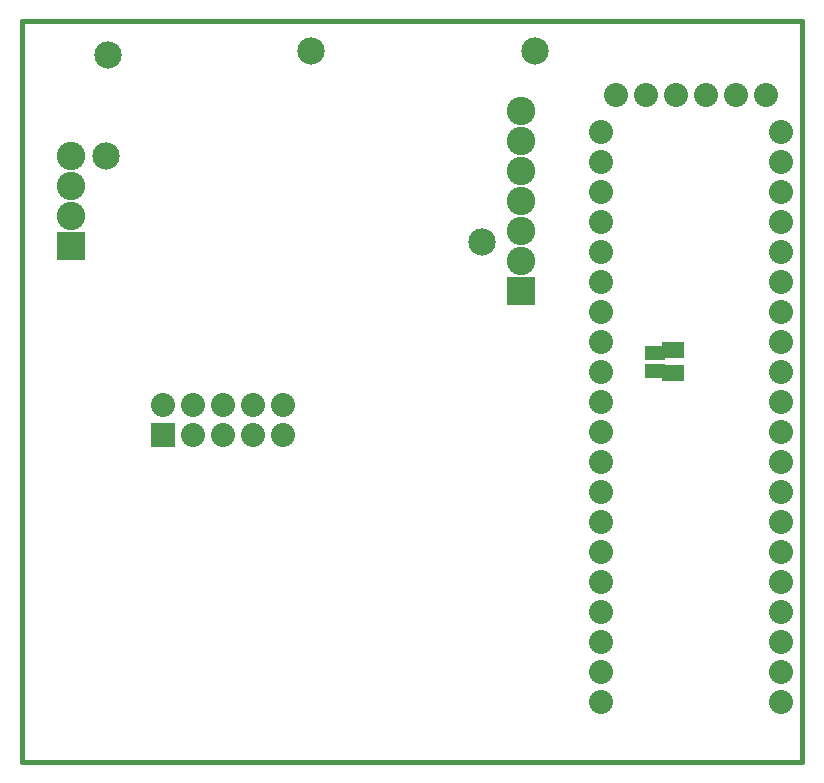
<source format=gbs>
G04 (created by PCBNEW-RS274X (2010-03-14)-final) date jue 03 nov 2011 22:05:38 ART*
G01*
G70*
G90*
%MOIN*%
G04 Gerber Fmt 3.4, Leading zero omitted, Abs format*
%FSLAX34Y34*%
G04 APERTURE LIST*
%ADD10C,0.000100*%
%ADD11C,0.015000*%
%ADD12R,0.075000X0.055000*%
%ADD13R,0.065000X0.045000*%
%ADD14O,0.080000X0.080000*%
%ADD15R,0.080000X0.080000*%
%ADD16C,0.080000*%
%ADD17R,0.095000X0.095000*%
%ADD18C,0.095000*%
%ADD19C,0.090900*%
G04 APERTURE END LIST*
G54D10*
G54D11*
X41250Y-29200D02*
X41400Y-29200D01*
X41250Y-53900D02*
X41250Y-29200D01*
X41400Y-53900D02*
X41250Y-53900D01*
X41550Y-53900D02*
X41400Y-53900D01*
X41700Y-53900D02*
X41550Y-53900D01*
X41850Y-53900D02*
X41700Y-53900D01*
X67250Y-53900D02*
X41850Y-53900D01*
X67250Y-29200D02*
X67250Y-53900D01*
X67150Y-29200D02*
X67250Y-29200D01*
X41300Y-29200D02*
X67150Y-29200D01*
G54D12*
X62950Y-40175D03*
X62950Y-40925D03*
G54D13*
X62350Y-40250D03*
X62350Y-40850D03*
G54D14*
X66550Y-51900D03*
X66550Y-50900D03*
X66550Y-49900D03*
X66550Y-48900D03*
X66550Y-47900D03*
X66550Y-46900D03*
X66550Y-45900D03*
X66550Y-44900D03*
X66550Y-43900D03*
X66550Y-42900D03*
X66550Y-41900D03*
X66550Y-40900D03*
X66550Y-39900D03*
X66550Y-38900D03*
X66550Y-37900D03*
X66550Y-36900D03*
X66550Y-35900D03*
X66550Y-34900D03*
X66550Y-33900D03*
X66550Y-32900D03*
X60550Y-51900D03*
X60550Y-50900D03*
X60550Y-49900D03*
X60550Y-48900D03*
X60550Y-47900D03*
X60550Y-46900D03*
X60550Y-45900D03*
X60550Y-44900D03*
X60550Y-43900D03*
X60550Y-42900D03*
X60550Y-41900D03*
X60550Y-40900D03*
X60550Y-39900D03*
X60550Y-38900D03*
X60550Y-37900D03*
X60550Y-36900D03*
X60550Y-35900D03*
X60550Y-34900D03*
X60550Y-33900D03*
X60550Y-32900D03*
X61050Y-31650D03*
X62050Y-31650D03*
X63050Y-31650D03*
X64050Y-31650D03*
X65050Y-31650D03*
X66050Y-31650D03*
G54D15*
X45950Y-43000D03*
G54D16*
X45950Y-42000D03*
X46950Y-43000D03*
X46950Y-42000D03*
X47950Y-43000D03*
X47950Y-42000D03*
X48950Y-43000D03*
X48950Y-42000D03*
X49950Y-43000D03*
X49950Y-42000D03*
G54D17*
X57900Y-38200D03*
G54D18*
X57900Y-37200D03*
X57900Y-36200D03*
X57900Y-35200D03*
X57900Y-34200D03*
X57900Y-33200D03*
X57900Y-32200D03*
G54D17*
X42900Y-36700D03*
G54D18*
X42900Y-35700D03*
X42900Y-34700D03*
X42900Y-33700D03*
G54D19*
X56600Y-36550D03*
X58350Y-30200D03*
X44050Y-33700D03*
X50900Y-30200D03*
X44125Y-30325D03*
M02*

</source>
